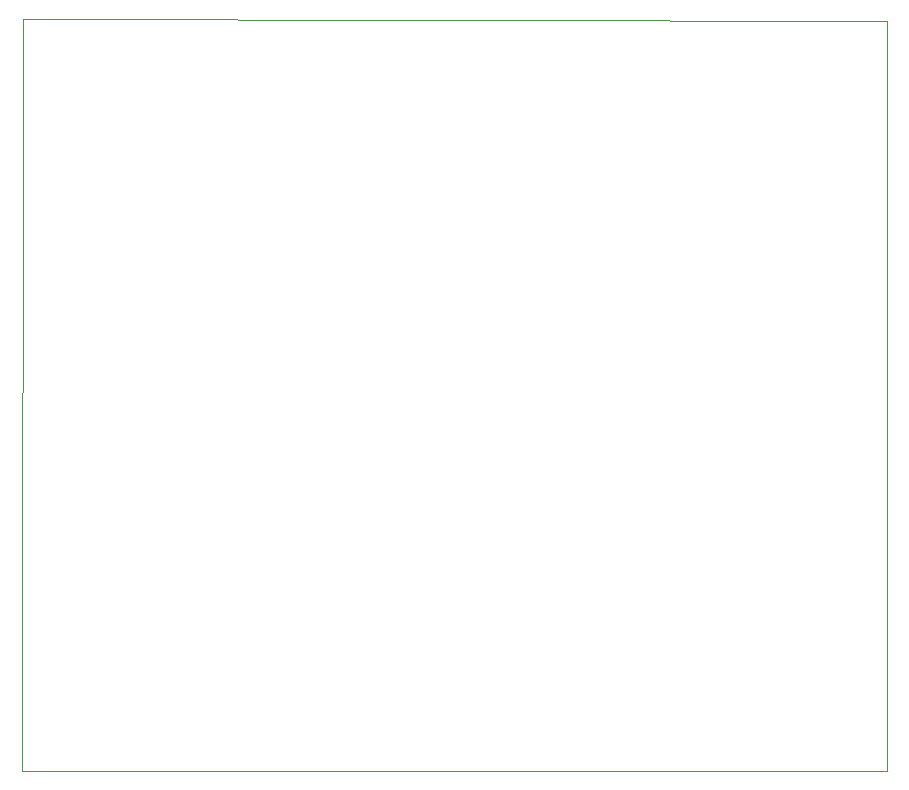
<source format=gbr>
%TF.GenerationSoftware,KiCad,Pcbnew,(5.1.12)-1*%
%TF.CreationDate,2022-11-28T15:07:04-05:00*%
%TF.ProjectId,Acceso,41636365-736f-42e6-9b69-6361645f7063,rev?*%
%TF.SameCoordinates,Original*%
%TF.FileFunction,Profile,NP*%
%FSLAX46Y46*%
G04 Gerber Fmt 4.6, Leading zero omitted, Abs format (unit mm)*
G04 Created by KiCad (PCBNEW (5.1.12)-1) date 2022-11-28 15:07:04*
%MOMM*%
%LPD*%
G01*
G04 APERTURE LIST*
%TA.AperFunction,Profile*%
%ADD10C,0.100000*%
%TD*%
G04 APERTURE END LIST*
D10*
X-18600000Y25000000D02*
X54550000Y24900000D01*
X-18700000Y-38600000D02*
X-18600000Y25000000D01*
X54550000Y-38600000D02*
X-18700000Y-38600000D01*
X54550000Y24900000D02*
X54550000Y-38600000D01*
M02*

</source>
